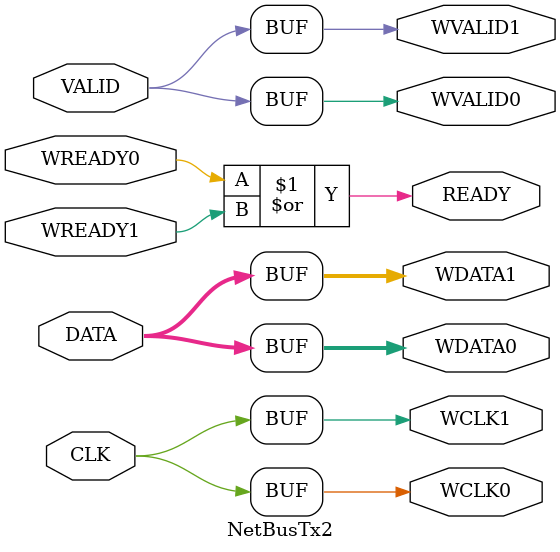
<source format=v>
/* Company:
** Engineer:  mgwang37  mgwang37@126.com
**
** Create Date: 08/12/2020 09:00:52 AM
** Design Name:
** Module Name: NetBusTx2
** Project Name:  NetBus
** Description:
**
** Dependencies:
**
** Revision:
** Revision 0.01 - File Created
** Additional Comments:
*/

`timescale 1ns / 1ps

module NetBusTx2#(
	parameter  DATA_WIDTH = 4
)(
	input                        CLK,
	input    [DATA_WIDTH*9+13:0] DATA,
    input                        VALID,
    output                       READY,

	output                       WCLK0,
	output   [DATA_WIDTH*9+13:0] WDATA0,
    output                       WVALID0,
    input                        WREADY0,

	output                       WCLK1,
	output   [DATA_WIDTH*9+13:0] WDATA1,
    output                       WVALID1,
    input                        WREADY1
);

assign WCLK0 = CLK;
assign WCLK1 = CLK;

assign WDATA0 = DATA;
assign WDATA1 = DATA;

assign WVALID0 = VALID;
assign WVALID1 = VALID;

assign READY  = WREADY0 | WREADY1;

endmodule

</source>
